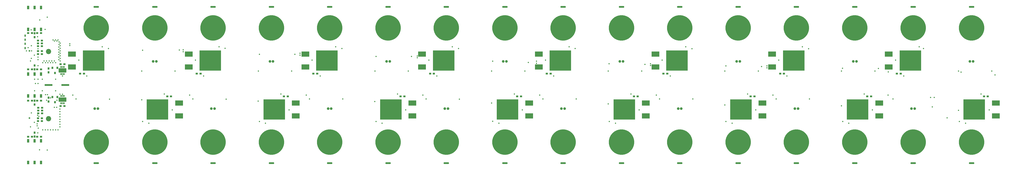
<source format=gbs>
G04*
G04 #@! TF.GenerationSoftware,Altium Limited,Altium Designer,19.0.12 (326)*
G04*
G04 Layer_Color=16711935*
%FSLAX25Y25*%
%MOIN*%
G70*
G01*
G75*
%ADD14R,0.03153X0.03350*%
%ADD21R,0.03350X0.03153*%
%ADD27R,0.02169X0.03350*%
G04:AMPARAMS|DCode=28|XSize=84.68mil|YSize=29.56mil|CornerRadius=14.78mil|HoleSize=0mil|Usage=FLASHONLY|Rotation=0.000|XOffset=0mil|YOffset=0mil|HoleType=Round|Shape=RoundedRectangle|*
%AMROUNDEDRECTD28*
21,1,0.08468,0.00000,0,0,0.0*
21,1,0.05512,0.02956,0,0,0.0*
1,1,0.02956,0.02756,0.00000*
1,1,0.02956,-0.02756,0.00000*
1,1,0.02956,-0.02756,0.00000*
1,1,0.02956,0.02756,0.00000*
%
%ADD28ROUNDEDRECTD28*%
%ADD29C,0.39570*%
%ADD30C,0.04137*%
%ADD31C,0.02562*%
%ADD32C,0.01972*%
%ADD33C,0.08074*%
%ADD63R,0.01184X0.02956*%
G04:AMPARAMS|DCode=64|XSize=66.96mil|YSize=120.11mil|CornerRadius=7.5mil|HoleSize=0mil|Usage=FLASHONLY|Rotation=90.000|XOffset=0mil|YOffset=0mil|HoleType=Round|Shape=RoundedRectangle|*
%AMROUNDEDRECTD64*
21,1,0.06696,0.10512,0,0,90.0*
21,1,0.05197,0.12011,0,0,90.0*
1,1,0.01499,0.05256,0.02598*
1,1,0.01499,0.05256,-0.02598*
1,1,0.01499,-0.05256,-0.02598*
1,1,0.01499,-0.05256,0.02598*
%
%ADD64ROUNDEDRECTD64*%
%ADD65R,0.02956X0.03743*%
%ADD66R,0.12011X0.02956*%
%ADD67R,0.03192X0.05200*%
%ADD68R,0.33271X0.31696*%
%ADD69R,0.12011X0.08074*%
D14*
X76772Y195866D02*
D03*
Y201772D02*
D03*
Y150591D02*
D03*
Y156496D02*
D03*
X55118Y206496D02*
D03*
Y200591D02*
D03*
Y250689D02*
D03*
Y256594D02*
D03*
Y102067D02*
D03*
Y96161D02*
D03*
Y145866D02*
D03*
Y151772D02*
D03*
D21*
X95472Y208661D02*
D03*
X101378D02*
D03*
Y143701D02*
D03*
X95472D02*
D03*
X50984Y200394D02*
D03*
X45079D02*
D03*
X50984Y256791D02*
D03*
X45079D02*
D03*
X59252Y200394D02*
D03*
X65158D02*
D03*
X59252Y256791D02*
D03*
X65158D02*
D03*
X66339Y224311D02*
D03*
X60433D02*
D03*
X66339Y228740D02*
D03*
X60433D02*
D03*
X59252Y95965D02*
D03*
X65158D02*
D03*
X50984Y151969D02*
D03*
X45079D02*
D03*
X50984Y95965D02*
D03*
X45079D02*
D03*
X59252Y151969D02*
D03*
X65158D02*
D03*
X66339Y120079D02*
D03*
X60433D02*
D03*
X66339Y124409D02*
D03*
X60433D02*
D03*
X1528642Y158465D02*
D03*
X1534547D02*
D03*
X1399311Y193898D02*
D03*
X1393406D02*
D03*
X1347539Y158465D02*
D03*
X1353445D02*
D03*
X1218209Y193898D02*
D03*
X1212303D02*
D03*
X1166437Y158465D02*
D03*
X1172342D02*
D03*
X1037106Y193898D02*
D03*
X1031201D02*
D03*
X985335Y158465D02*
D03*
X991240D02*
D03*
X856004Y193898D02*
D03*
X850098D02*
D03*
X804232Y158465D02*
D03*
X810138D02*
D03*
X674902Y193898D02*
D03*
X668996D02*
D03*
X623130Y158465D02*
D03*
X629035D02*
D03*
X493799Y193898D02*
D03*
X487894D02*
D03*
X442028Y158465D02*
D03*
X447933D02*
D03*
X312697Y193898D02*
D03*
X306791D02*
D03*
X260925Y158465D02*
D03*
X266831D02*
D03*
X131595Y193898D02*
D03*
X125689D02*
D03*
X66339Y245276D02*
D03*
X60433D02*
D03*
X66339Y240945D02*
D03*
X60433D02*
D03*
X66339Y236614D02*
D03*
X60433D02*
D03*
X66732Y140945D02*
D03*
X60827D02*
D03*
X66732Y136614D02*
D03*
X60827D02*
D03*
X66732Y132283D02*
D03*
X60827D02*
D03*
D27*
X40354Y233463D02*
D03*
Y252757D02*
D03*
Y246457D02*
D03*
Y240158D02*
D03*
D28*
X1509350Y297638D02*
D03*
X1499350Y268228D02*
D03*
X1519350D02*
D03*
X1499350Y84134D02*
D03*
X1519350D02*
D03*
X1509350Y54724D02*
D03*
X1328248Y297638D02*
D03*
X1318248Y268228D02*
D03*
X1338248D02*
D03*
X1318248Y84134D02*
D03*
X1338248D02*
D03*
X1328248Y54724D02*
D03*
X1147146Y297638D02*
D03*
X1137146Y268228D02*
D03*
X1157146D02*
D03*
X1137146Y84134D02*
D03*
X1157146D02*
D03*
X1147146Y54724D02*
D03*
X966043Y297638D02*
D03*
X956043Y268228D02*
D03*
X976043D02*
D03*
X956043Y84134D02*
D03*
X976043D02*
D03*
X966043Y54724D02*
D03*
X784941Y297638D02*
D03*
X774941Y268228D02*
D03*
X794941D02*
D03*
X774941Y84134D02*
D03*
X794941D02*
D03*
X784941Y54724D02*
D03*
X603839Y297638D02*
D03*
X593839Y268228D02*
D03*
X613839D02*
D03*
X593839Y84134D02*
D03*
X613839D02*
D03*
X603839Y54724D02*
D03*
X422736Y297638D02*
D03*
X412736Y268228D02*
D03*
X432736D02*
D03*
X412736Y84134D02*
D03*
X432736D02*
D03*
X422736Y54724D02*
D03*
X241634Y297638D02*
D03*
X231634Y268228D02*
D03*
X251634D02*
D03*
X231634Y84134D02*
D03*
X251634D02*
D03*
X241634Y54724D02*
D03*
X1418602D02*
D03*
X1428602Y84134D02*
D03*
X1408602D02*
D03*
X1428602Y268228D02*
D03*
X1408602D02*
D03*
X1418602Y297638D02*
D03*
X1237500Y54724D02*
D03*
X1247500Y84134D02*
D03*
X1227500D02*
D03*
X1247500Y268228D02*
D03*
X1227500D02*
D03*
X1237500Y297638D02*
D03*
X1056398Y54724D02*
D03*
X1066398Y84134D02*
D03*
X1046398D02*
D03*
X1066398Y268228D02*
D03*
X1046398D02*
D03*
X1056398Y297638D02*
D03*
X875295Y54724D02*
D03*
X885295Y84134D02*
D03*
X865295D02*
D03*
X885295Y268228D02*
D03*
X865295D02*
D03*
X875295Y297638D02*
D03*
X694193Y54724D02*
D03*
X704193Y84134D02*
D03*
X684193D02*
D03*
X704193Y268228D02*
D03*
X684193D02*
D03*
X694193Y297638D02*
D03*
X513091Y54724D02*
D03*
X523091Y84134D02*
D03*
X503091D02*
D03*
X523091Y268228D02*
D03*
X503091D02*
D03*
X513091Y297638D02*
D03*
X331988Y54724D02*
D03*
X341988Y84134D02*
D03*
X321988D02*
D03*
X341988Y268228D02*
D03*
X321988D02*
D03*
X331988Y297638D02*
D03*
X150886Y54724D02*
D03*
X160886Y84134D02*
D03*
X140886D02*
D03*
X160886Y268228D02*
D03*
X140886D02*
D03*
X150886Y297638D02*
D03*
D29*
X1509350Y264764D02*
D03*
Y87598D02*
D03*
X1328248Y264764D02*
D03*
Y87598D02*
D03*
X1147146Y264764D02*
D03*
Y87598D02*
D03*
X966043Y264764D02*
D03*
Y87598D02*
D03*
X784941Y264764D02*
D03*
Y87598D02*
D03*
X603839Y264764D02*
D03*
Y87598D02*
D03*
X422736Y264764D02*
D03*
Y87598D02*
D03*
X241634Y264764D02*
D03*
Y87598D02*
D03*
X1418602D02*
D03*
Y264764D02*
D03*
X1237500Y87598D02*
D03*
Y264764D02*
D03*
X1056398Y87598D02*
D03*
Y264764D02*
D03*
X875295Y87598D02*
D03*
Y264764D02*
D03*
X694193Y87598D02*
D03*
Y264764D02*
D03*
X513091Y87598D02*
D03*
Y264764D02*
D03*
X331988Y87598D02*
D03*
Y264764D02*
D03*
X150886Y87598D02*
D03*
Y264764D02*
D03*
D30*
X1506890Y212992D02*
D03*
X1511811D02*
D03*
X1325787D02*
D03*
X1330709D02*
D03*
X1144685D02*
D03*
X1149606D02*
D03*
X963583D02*
D03*
X968504D02*
D03*
X782480D02*
D03*
X787402D02*
D03*
X601378D02*
D03*
X606299D02*
D03*
X420276D02*
D03*
X425197D02*
D03*
X239173Y212992D02*
D03*
X244094D02*
D03*
X1421063Y139370D02*
D03*
X1416142D02*
D03*
X1239961D02*
D03*
X1235039D02*
D03*
X1058858D02*
D03*
X1053937D02*
D03*
X877756D02*
D03*
X872835D02*
D03*
X696654D02*
D03*
X691732D02*
D03*
X515551D02*
D03*
X510630D02*
D03*
X334449D02*
D03*
X329528D02*
D03*
X153347D02*
D03*
X148425D02*
D03*
D31*
X47244Y125000D02*
D03*
Y229331D02*
D03*
X95768Y197736D02*
D03*
Y154724D02*
D03*
X98425D02*
D03*
X101181D02*
D03*
Y197736D02*
D03*
X98425D02*
D03*
D32*
X1448327Y142323D02*
D03*
X1471555Y125295D02*
D03*
X98425Y176181D02*
D03*
X79728Y156208D02*
D03*
X61910Y127461D02*
D03*
X59649Y129239D02*
D03*
X94488Y161811D02*
D03*
X98528Y190364D02*
D03*
X98430Y161917D02*
D03*
X69882Y213583D02*
D03*
X50492Y229331D02*
D03*
X50000Y237205D02*
D03*
X56496Y178445D02*
D03*
X71457Y262402D02*
D03*
X1451378Y156890D02*
D03*
X1445866D02*
D03*
X74803Y281693D02*
D03*
X49902Y261910D02*
D03*
X59646Y251083D02*
D03*
X44980Y234252D02*
D03*
X65158Y262657D02*
D03*
X45118Y262697D02*
D03*
X60039Y101772D02*
D03*
X60433Y120079D02*
D03*
Y124409D02*
D03*
X48622Y111221D02*
D03*
X60728Y109252D02*
D03*
X1490453Y119488D02*
D03*
X285827Y227953D02*
D03*
X54718Y222441D02*
D03*
X54626Y118110D02*
D03*
X60335Y232677D02*
D03*
X42520Y229331D02*
D03*
X83662Y246358D02*
D03*
X85630Y244587D02*
D03*
X87598Y246358D02*
D03*
X91535D02*
D03*
X55118Y167323D02*
D03*
Y185039D02*
D03*
X87890D02*
D03*
Y167323D02*
D03*
X73622Y152657D02*
D03*
X89764D02*
D03*
X67224Y185335D02*
D03*
X67118Y167323D02*
D03*
X1488976Y197736D02*
D03*
Y136811D02*
D03*
X1307579Y197835D02*
D03*
X1307480Y143996D02*
D03*
X1257874Y154527D02*
D03*
X1126476Y197835D02*
D03*
X1126575Y145177D02*
D03*
X1076772Y154429D02*
D03*
X945472Y197835D02*
D03*
Y146752D02*
D03*
X895669Y154527D02*
D03*
X764272Y198031D02*
D03*
Y148327D02*
D03*
X714468Y154331D02*
D03*
X583268Y197835D02*
D03*
X583071Y150394D02*
D03*
X533563Y154528D02*
D03*
X402264Y197835D02*
D03*
X402067Y151181D02*
D03*
X352264Y154331D02*
D03*
X221260Y197835D02*
D03*
X221358Y153051D02*
D03*
X171260Y154331D02*
D03*
X85630Y141634D02*
D03*
X89567D02*
D03*
X94390Y138779D02*
D03*
Y134843D02*
D03*
Y130905D02*
D03*
Y126969D02*
D03*
Y123031D02*
D03*
Y119095D02*
D03*
Y115256D02*
D03*
Y111221D02*
D03*
X91535Y106496D02*
D03*
X87598Y106595D02*
D03*
X83662Y106496D02*
D03*
X79724D02*
D03*
X75787D02*
D03*
X71850Y106595D02*
D03*
X67913D02*
D03*
X169685Y232874D02*
D03*
X109744Y240158D02*
D03*
X114567Y160433D02*
D03*
X109744Y237502D02*
D03*
X222835Y230118D02*
D03*
X222835Y119390D02*
D03*
X279823Y230413D02*
D03*
X285827Y230906D02*
D03*
X350787Y233071D02*
D03*
X295669Y160433D02*
D03*
X403937Y224016D02*
D03*
X404035Y119390D02*
D03*
X458957Y223721D02*
D03*
X467126Y225590D02*
D03*
X531988Y232776D02*
D03*
X476772Y160433D02*
D03*
X467126Y222638D02*
D03*
X584941Y220571D02*
D03*
Y119587D02*
D03*
X640158Y220374D02*
D03*
X712992Y232874D02*
D03*
X649016Y221358D02*
D03*
X657874Y160630D02*
D03*
X649016Y218701D02*
D03*
X766043Y213090D02*
D03*
Y119783D02*
D03*
X821555Y211319D02*
D03*
X833957Y213090D02*
D03*
X894094Y232874D02*
D03*
X838976Y160539D02*
D03*
X833957Y209744D02*
D03*
X946653Y209055D02*
D03*
X92913Y219587D02*
D03*
X947244Y119488D02*
D03*
X1002362Y208366D02*
D03*
X62894Y75492D02*
D03*
X74902Y75197D02*
D03*
X62992Y277244D02*
D03*
X89665Y244587D02*
D03*
X94784Y237205D02*
D03*
X93012Y239075D02*
D03*
X94784Y241142D02*
D03*
X93012Y243110D02*
D03*
X92913Y235236D02*
D03*
X94685Y233268D02*
D03*
X92913Y231201D02*
D03*
X94685Y229331D02*
D03*
X92913Y227362D02*
D03*
X94685Y225394D02*
D03*
X94685Y221457D02*
D03*
Y217520D02*
D03*
X92913Y215551D02*
D03*
Y223425D02*
D03*
X94685Y213583D02*
D03*
X1010925Y209154D02*
D03*
X1075295Y232677D02*
D03*
X1020079Y160433D02*
D03*
X1010925Y206496D02*
D03*
X1128248Y205709D02*
D03*
Y119488D02*
D03*
X1183563Y204921D02*
D03*
X1191831Y205807D02*
D03*
X1256299Y232677D02*
D03*
X1201181Y160539D02*
D03*
X1191831Y202953D02*
D03*
X1308957Y202067D02*
D03*
X1309449Y119587D02*
D03*
X1364665Y201969D02*
D03*
X83563Y211024D02*
D03*
X79724D02*
D03*
X87598D02*
D03*
X85630Y213583D02*
D03*
X81693D02*
D03*
X77756Y213582D02*
D03*
X75788Y211024D02*
D03*
X73819Y213583D02*
D03*
X71949Y211024D02*
D03*
X123622Y214961D02*
D03*
X1359547Y197835D02*
D03*
X1434842Y232874D02*
D03*
X1178445Y197835D02*
D03*
X1380217Y196555D02*
D03*
X1379890Y160539D02*
D03*
X1493110Y196358D02*
D03*
X67913Y211024D02*
D03*
X1545669Y191831D02*
D03*
X1524016Y162205D02*
D03*
X1540650Y197835D02*
D03*
X1536614Y137402D02*
D03*
X1500000Y116929D02*
D03*
X1547047Y128051D02*
D03*
X1342913Y162205D02*
D03*
X1355512Y137402D02*
D03*
X1318898Y116929D02*
D03*
X1365945Y128051D02*
D03*
X1161811Y162205D02*
D03*
X1174409Y137402D02*
D03*
X1137796Y116929D02*
D03*
X1184842Y128051D02*
D03*
X980709Y162205D02*
D03*
X997342Y197835D02*
D03*
X993307Y137402D02*
D03*
X956693Y116929D02*
D03*
X1003740Y128051D02*
D03*
X799606Y162205D02*
D03*
X816240Y197835D02*
D03*
X812205Y137402D02*
D03*
X775591Y116929D02*
D03*
X822638Y128051D02*
D03*
X618504Y162205D02*
D03*
X635138Y197835D02*
D03*
X631102Y137402D02*
D03*
X594488Y116929D02*
D03*
X641535Y128051D02*
D03*
X437402Y162205D02*
D03*
X454035Y197835D02*
D03*
X450000Y137402D02*
D03*
X413386Y116929D02*
D03*
X460433Y128051D02*
D03*
X1387303Y154528D02*
D03*
X1403937Y190157D02*
D03*
X1391339Y214961D02*
D03*
X1427952Y235433D02*
D03*
X1380906Y224311D02*
D03*
X1206201Y154528D02*
D03*
X1222835Y190157D02*
D03*
X1210236Y214961D02*
D03*
X1246850Y235433D02*
D03*
X1199803Y224311D02*
D03*
X1025098Y154528D02*
D03*
X1041732Y190157D02*
D03*
X1029134Y214961D02*
D03*
X1065748Y235433D02*
D03*
X1018701Y224311D02*
D03*
X843996Y154528D02*
D03*
X860630Y190157D02*
D03*
X848032Y214961D02*
D03*
X884645Y235433D02*
D03*
X837598Y224311D02*
D03*
X662894Y154528D02*
D03*
X679528Y190157D02*
D03*
X666929Y214961D02*
D03*
X703543Y235433D02*
D03*
X656496Y224311D02*
D03*
X481791Y154528D02*
D03*
X498425Y190157D02*
D03*
X485827Y214961D02*
D03*
X522441Y235433D02*
D03*
X475394Y224311D02*
D03*
X300689Y154528D02*
D03*
X317323Y190157D02*
D03*
X304724Y214961D02*
D03*
X341338Y235433D02*
D03*
X294291Y224311D02*
D03*
X272933Y197835D02*
D03*
X256299Y162205D02*
D03*
X268898Y137402D02*
D03*
X232284Y116929D02*
D03*
X279331Y128051D02*
D03*
X113189Y224311D02*
D03*
X119587Y154528D02*
D03*
X60433Y206201D02*
D03*
Y219390D02*
D03*
X50000Y217618D02*
D03*
X59255Y115751D02*
D03*
X59153Y112894D02*
D03*
X48917Y213583D02*
D03*
X60433Y215551D02*
D03*
X60335Y178445D02*
D03*
Y185039D02*
D03*
X60827Y140945D02*
D03*
Y136614D02*
D03*
X75197Y161221D02*
D03*
X71949D02*
D03*
X50000Y132874D02*
D03*
X60630Y132283D02*
D03*
Y224410D02*
D03*
X60433Y228740D02*
D03*
Y236847D02*
D03*
X60236Y240945D02*
D03*
X60433Y245276D02*
D03*
X136221Y190157D02*
D03*
X160236Y235433D02*
D03*
D33*
X76772Y228346D02*
D03*
Y124016D02*
D03*
D63*
X101083Y148031D02*
D03*
X99311D02*
D03*
X97539D02*
D03*
X95768D02*
D03*
Y159055D02*
D03*
X97539D02*
D03*
X99311D02*
D03*
X101083D02*
D03*
X95768Y204331D02*
D03*
X97539D02*
D03*
X99311D02*
D03*
X101083D02*
D03*
Y193307D02*
D03*
X99311D02*
D03*
X97539D02*
D03*
X95768D02*
D03*
D64*
X98425Y153543D02*
D03*
Y198819D02*
D03*
D65*
X82874Y157480D02*
D03*
X90354D02*
D03*
X86614Y149606D02*
D03*
X82874Y202756D02*
D03*
X90354D02*
D03*
X86614Y194882D02*
D03*
D66*
X76673Y176083D02*
D03*
X102657D02*
D03*
D67*
X45118Y193110D02*
D03*
X55118D02*
D03*
X65118D02*
D03*
Y159252D02*
D03*
X55118D02*
D03*
X45118D02*
D03*
Y296555D02*
D03*
X55118D02*
D03*
X65118D02*
D03*
Y262697D02*
D03*
X55118D02*
D03*
X45118D02*
D03*
X65118Y55807D02*
D03*
X55118D02*
D03*
X45118D02*
D03*
Y89665D02*
D03*
X55118D02*
D03*
X65118D02*
D03*
D68*
X1513582Y138090D02*
D03*
X1414371Y214272D02*
D03*
X1332480Y138090D02*
D03*
X1233268Y214272D02*
D03*
X1151377Y138090D02*
D03*
X1052166Y214272D02*
D03*
X970275Y138090D02*
D03*
X871063Y214272D02*
D03*
X789173Y138090D02*
D03*
X689961Y214272D02*
D03*
X608071Y138090D02*
D03*
X508859Y214272D02*
D03*
X426968Y138090D02*
D03*
X327756Y214272D02*
D03*
X245866Y138090D02*
D03*
X146654Y214272D02*
D03*
D69*
X1547047Y148129D02*
D03*
Y128051D02*
D03*
X1380906Y204233D02*
D03*
Y224311D02*
D03*
X1365945Y148129D02*
D03*
Y128051D02*
D03*
X1199803Y204233D02*
D03*
Y224311D02*
D03*
X1184842Y148129D02*
D03*
Y128051D02*
D03*
X1018701Y204233D02*
D03*
Y224311D02*
D03*
X1003740Y148129D02*
D03*
Y128051D02*
D03*
X837598Y204233D02*
D03*
Y224311D02*
D03*
X822638Y148129D02*
D03*
Y128051D02*
D03*
X656496Y204233D02*
D03*
Y224311D02*
D03*
X641535Y148129D02*
D03*
Y128051D02*
D03*
X475394Y204233D02*
D03*
Y224311D02*
D03*
X460433Y148129D02*
D03*
Y128051D02*
D03*
X294291Y204233D02*
D03*
Y224311D02*
D03*
X279331Y148129D02*
D03*
Y128051D02*
D03*
X113189Y204233D02*
D03*
Y224311D02*
D03*
M02*

</source>
